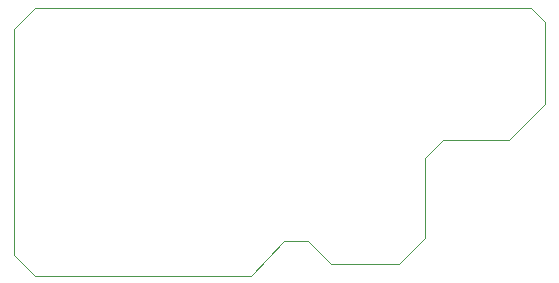
<source format=gbr>
%TF.GenerationSoftware,KiCad,Pcbnew,(6.99.0-4502-gf1556ed801-dirty)*%
%TF.CreationDate,2022-12-17T20:16:56-05:00*%
%TF.ProjectId,siox,73696f78-2e6b-4696-9361-645f70636258,rev?*%
%TF.SameCoordinates,Original*%
%TF.FileFunction,Profile,NP*%
%FSLAX46Y46*%
G04 Gerber Fmt 4.6, Leading zero omitted, Abs format (unit mm)*
G04 Created by KiCad (PCBNEW (6.99.0-4502-gf1556ed801-dirty)) date 2022-12-17 20:16:56*
%MOMM*%
%LPD*%
G01*
G04 APERTURE LIST*
%TA.AperFunction,Profile*%
%ADD10C,0.100000*%
%TD*%
G04 APERTURE END LIST*
D10*
X113850000Y-69800000D02*
X111750000Y-69800000D01*
X115750000Y-71750000D02*
X113850000Y-69800000D01*
X121500000Y-71750000D02*
X115750000Y-71750000D01*
X123750000Y-69500000D02*
X121500000Y-71750000D01*
X88912500Y-51800000D02*
X90700000Y-50000000D01*
X88912500Y-70975000D02*
X88912500Y-51800000D01*
X90687500Y-72700000D02*
X88912500Y-70975000D01*
X108950000Y-72700000D02*
X90687500Y-72700000D01*
X111750000Y-69800000D02*
X108950000Y-72700000D01*
X123750000Y-62750000D02*
X123750000Y-69500000D01*
X125250000Y-61250000D02*
X123750000Y-62750000D01*
X130800000Y-61250000D02*
X125250000Y-61250000D01*
X133900000Y-58200000D02*
X130800000Y-61250000D01*
X133900000Y-51200000D02*
X133900000Y-58200000D01*
X132700000Y-50000000D02*
X133900000Y-51200000D01*
X90700000Y-50000000D02*
X132700000Y-50000000D01*
M02*

</source>
